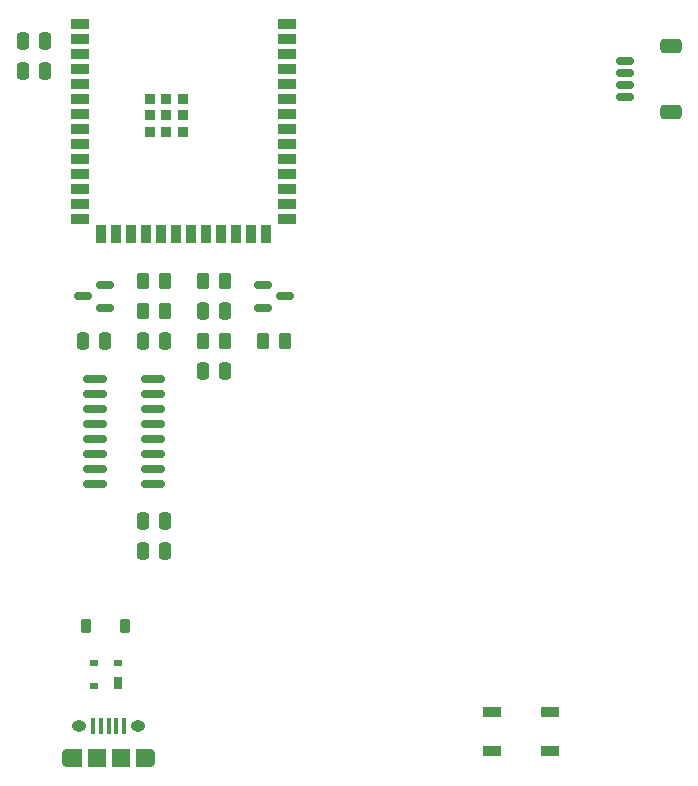
<source format=gbr>
%TF.GenerationSoftware,KiCad,Pcbnew,7.0.1*%
%TF.CreationDate,2023-04-07T12:38:16-07:00*%
%TF.ProjectId,receive mcu prototype r1,72656365-6976-4652-906d-63752070726f,rev?*%
%TF.SameCoordinates,Original*%
%TF.FileFunction,Paste,Top*%
%TF.FilePolarity,Positive*%
%FSLAX46Y46*%
G04 Gerber Fmt 4.6, Leading zero omitted, Abs format (unit mm)*
G04 Created by KiCad (PCBNEW 7.0.1) date 2023-04-07 12:38:16*
%MOMM*%
%LPD*%
G01*
G04 APERTURE LIST*
G04 Aperture macros list*
%AMRoundRect*
0 Rectangle with rounded corners*
0 $1 Rounding radius*
0 $2 $3 $4 $5 $6 $7 $8 $9 X,Y pos of 4 corners*
0 Add a 4 corners polygon primitive as box body*
4,1,4,$2,$3,$4,$5,$6,$7,$8,$9,$2,$3,0*
0 Add four circle primitives for the rounded corners*
1,1,$1+$1,$2,$3*
1,1,$1+$1,$4,$5*
1,1,$1+$1,$6,$7*
1,1,$1+$1,$8,$9*
0 Add four rect primitives between the rounded corners*
20,1,$1+$1,$2,$3,$4,$5,0*
20,1,$1+$1,$4,$5,$6,$7,0*
20,1,$1+$1,$6,$7,$8,$9,0*
20,1,$1+$1,$8,$9,$2,$3,0*%
G04 Aperture macros list end*
%ADD10RoundRect,0.150000X0.625000X-0.150000X0.625000X0.150000X-0.625000X0.150000X-0.625000X-0.150000X0*%
%ADD11RoundRect,0.250000X0.650000X-0.350000X0.650000X0.350000X-0.650000X0.350000X-0.650000X-0.350000X0*%
%ADD12R,1.500000X0.900000*%
%ADD13RoundRect,0.150000X-0.825000X-0.150000X0.825000X-0.150000X0.825000X0.150000X-0.825000X0.150000X0*%
%ADD14R,0.900000X1.500000*%
%ADD15R,0.900000X0.900000*%
%ADD16RoundRect,0.250000X-0.262500X-0.450000X0.262500X-0.450000X0.262500X0.450000X-0.262500X0.450000X0*%
%ADD17RoundRect,0.250000X0.262500X0.450000X-0.262500X0.450000X-0.262500X-0.450000X0.262500X-0.450000X0*%
%ADD18RoundRect,0.150000X-0.587500X-0.150000X0.587500X-0.150000X0.587500X0.150000X-0.587500X0.150000X0*%
%ADD19RoundRect,0.150000X0.587500X0.150000X-0.587500X0.150000X-0.587500X-0.150000X0.587500X-0.150000X0*%
%ADD20O,0.890000X1.550000*%
%ADD21O,1.250000X0.950000*%
%ADD22R,0.400000X1.350000*%
%ADD23R,1.200000X1.550000*%
%ADD24R,1.500000X1.550000*%
%ADD25RoundRect,0.225000X0.225000X0.375000X-0.225000X0.375000X-0.225000X-0.375000X0.225000X-0.375000X0*%
%ADD26R,0.700000X0.600000*%
%ADD27R,0.700000X1.000000*%
%ADD28RoundRect,0.250000X-0.250000X-0.475000X0.250000X-0.475000X0.250000X0.475000X-0.250000X0.475000X0*%
%ADD29RoundRect,0.250000X0.250000X0.475000X-0.250000X0.475000X-0.250000X-0.475000X0.250000X-0.475000X0*%
G04 APERTURE END LIST*
D10*
%TO.C,J7*%
X138970000Y-36425000D03*
X138970000Y-35425000D03*
X138970000Y-34425000D03*
X138970000Y-33425000D03*
D11*
X142845000Y-32125000D03*
X142845000Y-37725000D03*
%TD*%
D12*
%TO.C,D3*%
X127725000Y-88520000D03*
X127725000Y-91820000D03*
X132625000Y-91820000D03*
X132625000Y-88520000D03*
%TD*%
D13*
%TO.C,U3*%
X94045000Y-60325000D03*
X94045000Y-61595000D03*
X94045000Y-62865000D03*
X94045000Y-64135000D03*
X94045000Y-65405000D03*
X94045000Y-66675000D03*
X94045000Y-67945000D03*
X94045000Y-69215000D03*
X98995000Y-69215000D03*
X98995000Y-67945000D03*
X98995000Y-66675000D03*
X98995000Y-65405000D03*
X98995000Y-64135000D03*
X98995000Y-62865000D03*
X98995000Y-61595000D03*
X98995000Y-60325000D03*
%TD*%
D12*
%TO.C,U1*%
X92850000Y-30300000D03*
X92850000Y-31570000D03*
X92850000Y-32840000D03*
X92850000Y-34110000D03*
X92850000Y-35380000D03*
X92850000Y-36650000D03*
X92850000Y-37920000D03*
X92850000Y-39190000D03*
X92850000Y-40460000D03*
X92850000Y-41730000D03*
X92850000Y-43000000D03*
X92850000Y-44270000D03*
X92850000Y-45540000D03*
X92850000Y-46810000D03*
D14*
X94615000Y-48060000D03*
X95885000Y-48060000D03*
X97155000Y-48060000D03*
X98425000Y-48060000D03*
X99695000Y-48060000D03*
X100965000Y-48060000D03*
X102235000Y-48060000D03*
X103505000Y-48060000D03*
X104775000Y-48060000D03*
X106045000Y-48060000D03*
X107315000Y-48060000D03*
X108585000Y-48060000D03*
D12*
X110350000Y-46810000D03*
X110350000Y-45540000D03*
X110350000Y-44270000D03*
X110350000Y-43000000D03*
X110350000Y-41730000D03*
X110350000Y-40460000D03*
X110350000Y-39190000D03*
X110350000Y-37920000D03*
X110350000Y-36650000D03*
X110350000Y-35380000D03*
X110350000Y-34110000D03*
X110350000Y-32840000D03*
X110350000Y-31570000D03*
X110350000Y-30300000D03*
D15*
X100100000Y-38020000D03*
X98700000Y-38020000D03*
X101500000Y-38020000D03*
X98700000Y-39420000D03*
X100100000Y-39420000D03*
X101500000Y-39420000D03*
X98700000Y-36620000D03*
X100100000Y-36620000D03*
X101500000Y-36620000D03*
%TD*%
D16*
%TO.C,R5*%
X98147500Y-52070000D03*
X99972500Y-52070000D03*
%TD*%
D17*
%TO.C,R4*%
X105052500Y-52070000D03*
X103227500Y-52070000D03*
%TD*%
D16*
%TO.C,R3*%
X108307500Y-57150000D03*
X110132500Y-57150000D03*
%TD*%
%TO.C,R2*%
X98147500Y-54610000D03*
X99972500Y-54610000D03*
%TD*%
%TO.C,R1*%
X105052500Y-57150000D03*
X103227500Y-57150000D03*
%TD*%
D18*
%TO.C,Q3*%
X108282500Y-52390000D03*
X108282500Y-54290000D03*
X110157500Y-53340000D03*
%TD*%
D19*
%TO.C,Q2*%
X93042500Y-53340000D03*
X94917500Y-52390000D03*
X94917500Y-54290000D03*
%TD*%
D20*
%TO.C,J4*%
X91750000Y-92440000D03*
X98750000Y-92440000D03*
D21*
X97750000Y-89740000D03*
X92750000Y-89740000D03*
D22*
X93950000Y-89740000D03*
X94600000Y-89740000D03*
X95250000Y-89740000D03*
X95900000Y-89740000D03*
X96550000Y-89740000D03*
D23*
X92350000Y-92440000D03*
D24*
X96250000Y-92440000D03*
D23*
X98150000Y-92440000D03*
D24*
X94250000Y-92440000D03*
%TD*%
D25*
%TO.C,D2*%
X96646000Y-81280000D03*
X93346000Y-81280000D03*
%TD*%
D26*
%TO.C,D1*%
X93996000Y-86294000D03*
X93996000Y-84394000D03*
X95996000Y-84394000D03*
D27*
X95996000Y-86094000D03*
%TD*%
D28*
%TO.C,C9*%
X103190000Y-59690000D03*
X105090000Y-59690000D03*
%TD*%
D29*
%TO.C,C8*%
X103190000Y-54610000D03*
X105090000Y-54610000D03*
%TD*%
D28*
%TO.C,C7*%
X98110000Y-57150000D03*
X100010000Y-57150000D03*
%TD*%
%TO.C,C6*%
X93030000Y-57150000D03*
X94930000Y-57150000D03*
%TD*%
D29*
%TO.C,C4*%
X89850000Y-34290000D03*
X87950000Y-34290000D03*
%TD*%
%TO.C,C3*%
X89850000Y-31750000D03*
X87950000Y-31750000D03*
%TD*%
D28*
%TO.C,C2*%
X98110000Y-72390000D03*
X100010000Y-72390000D03*
%TD*%
%TO.C,C1*%
X98110000Y-74930000D03*
X100010000Y-74930000D03*
%TD*%
M02*

</source>
